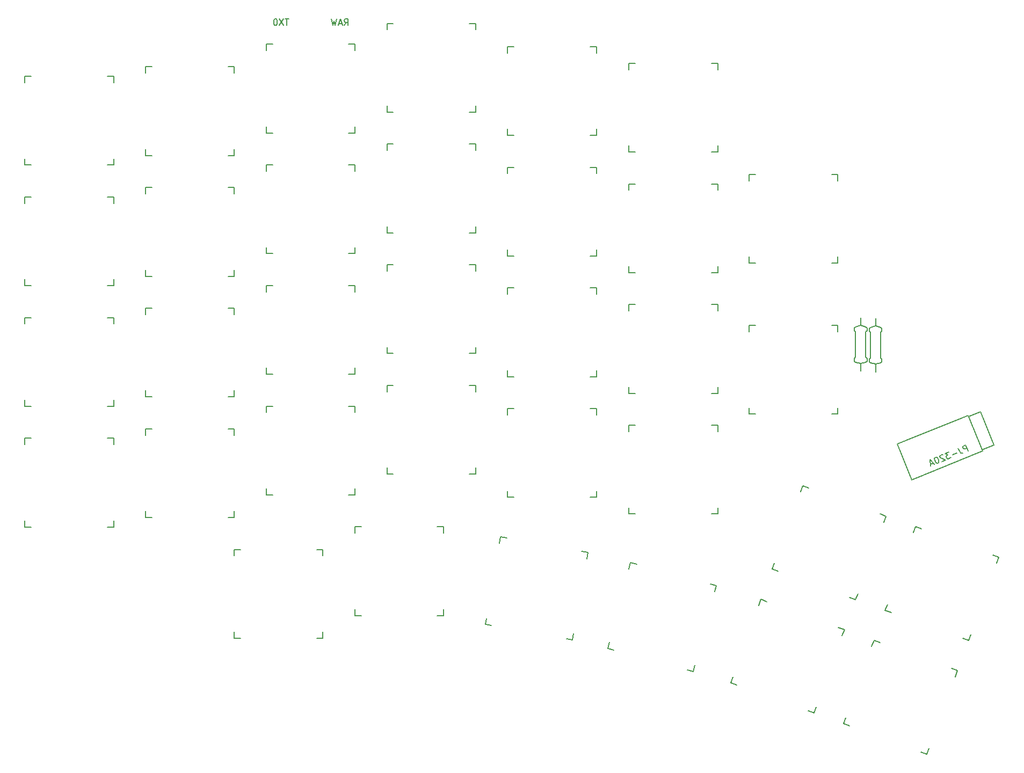
<source format=gbo>
G04 #@! TF.GenerationSoftware,KiCad,Pcbnew,(5.0.0)*
G04 #@! TF.CreationDate,2018-10-18T18:59:20-04:00*
G04 #@! TF.ProjectId,orthomac2,6F7274686F6D6163322E6B696361645F,rev?*
G04 #@! TF.SameCoordinates,Original*
G04 #@! TF.FileFunction,Legend,Bot*
G04 #@! TF.FilePolarity,Positive*
%FSLAX46Y46*%
G04 Gerber Fmt 4.6, Leading zero omitted, Abs format (unit mm)*
G04 Created by KiCad (PCBNEW (5.0.0)) date 10/18/18 18:59:20*
%MOMM*%
%LPD*%
G01*
G04 APERTURE LIST*
%ADD10C,0.150000*%
G04 APERTURE END LIST*
D10*
G04 #@! TO.C,K20*
X169781000Y-69781200D02*
X170781000Y-69781200D01*
X156781000Y-69781200D02*
X157781000Y-69781200D01*
X156781000Y-70781200D02*
X156781000Y-69781200D01*
X157781000Y-83781200D02*
X156781000Y-83781200D01*
X156781000Y-83781200D02*
X156781000Y-82781200D01*
X170781000Y-83781200D02*
X169781000Y-83781200D01*
X170781000Y-82781200D02*
X170781000Y-83781200D01*
X170781000Y-69781200D02*
X170781000Y-70781200D01*
G04 #@! TO.C,K13*
X169781000Y-45968800D02*
X170781000Y-45968800D01*
X156781000Y-45968800D02*
X157781000Y-45968800D01*
X156781000Y-46968800D02*
X156781000Y-45968800D01*
X157781000Y-59968800D02*
X156781000Y-59968800D01*
X156781000Y-59968800D02*
X156781000Y-58968800D01*
X170781000Y-59968800D02*
X169781000Y-59968800D01*
X170781000Y-58968800D02*
X170781000Y-59968800D01*
X170781000Y-45968800D02*
X170781000Y-46968800D01*
G04 #@! TO.C,K21*
X42593800Y-87593800D02*
X43593800Y-87593800D01*
X55593800Y-87593800D02*
X56593800Y-87593800D01*
X56593800Y-87593800D02*
X56593800Y-88593800D01*
X56593800Y-101593800D02*
X55593800Y-101593800D01*
X56593800Y-100593800D02*
X56593800Y-101593800D01*
X43593800Y-101593800D02*
X42593800Y-101593800D01*
X42593800Y-101593800D02*
X42593800Y-100593800D01*
X42593800Y-88593800D02*
X42593800Y-87593800D01*
G04 #@! TO.C,K14*
X42593800Y-68562500D02*
X43593800Y-68562500D01*
X55593800Y-68562500D02*
X56593800Y-68562500D01*
X56593800Y-68562500D02*
X56593800Y-69562500D01*
X56593800Y-82562500D02*
X55593800Y-82562500D01*
X56593800Y-81562500D02*
X56593800Y-82562500D01*
X43593800Y-82562500D02*
X42593800Y-82562500D01*
X42593800Y-82562500D02*
X42593800Y-81562500D01*
X42593800Y-69562500D02*
X42593800Y-68562500D01*
G04 #@! TO.C,K7*
X42593800Y-49531200D02*
X43593800Y-49531200D01*
X55593800Y-49531200D02*
X56593800Y-49531200D01*
X56593800Y-49531200D02*
X56593800Y-50531200D01*
X56593800Y-63531200D02*
X55593800Y-63531200D01*
X56593800Y-62531200D02*
X56593800Y-63531200D01*
X43593800Y-63531200D02*
X42593800Y-63531200D01*
X42593800Y-63531200D02*
X42593800Y-62531200D01*
X42593800Y-50531200D02*
X42593800Y-49531200D01*
G04 #@! TO.C,K8*
X61625000Y-48031200D02*
X62625000Y-48031200D01*
X74625000Y-48031200D02*
X75625000Y-48031200D01*
X75625000Y-48031200D02*
X75625000Y-49031200D01*
X75625000Y-62031200D02*
X74625000Y-62031200D01*
X75625000Y-61031200D02*
X75625000Y-62031200D01*
X62625000Y-62031200D02*
X61625000Y-62031200D01*
X61625000Y-62031200D02*
X61625000Y-61031200D01*
X61625000Y-49031200D02*
X61625000Y-48031200D01*
G04 #@! TO.C,K15*
X61625000Y-67062500D02*
X62625000Y-67062500D01*
X74625000Y-67062500D02*
X75625000Y-67062500D01*
X75625000Y-67062500D02*
X75625000Y-68062500D01*
X75625000Y-81062500D02*
X74625000Y-81062500D01*
X75625000Y-80062500D02*
X75625000Y-81062500D01*
X62625000Y-81062500D02*
X61625000Y-81062500D01*
X61625000Y-81062500D02*
X61625000Y-80062500D01*
X61625000Y-68062500D02*
X61625000Y-67062500D01*
G04 #@! TO.C,K22*
X61625000Y-86093800D02*
X62625000Y-86093800D01*
X74625000Y-86093800D02*
X75625000Y-86093800D01*
X75625000Y-86093800D02*
X75625000Y-87093800D01*
X75625000Y-100093800D02*
X74625000Y-100093800D01*
X75625000Y-99093800D02*
X75625000Y-100093800D01*
X62625000Y-100093800D02*
X61625000Y-100093800D01*
X61625000Y-100093800D02*
X61625000Y-99093800D01*
X61625000Y-87093800D02*
X61625000Y-86093800D01*
G04 #@! TO.C,K23*
X80656200Y-82531200D02*
X81656200Y-82531200D01*
X93656200Y-82531200D02*
X94656200Y-82531200D01*
X94656200Y-82531200D02*
X94656200Y-83531200D01*
X94656200Y-96531200D02*
X93656200Y-96531200D01*
X94656200Y-95531200D02*
X94656200Y-96531200D01*
X81656200Y-96531200D02*
X80656200Y-96531200D01*
X80656200Y-96531200D02*
X80656200Y-95531200D01*
X80656200Y-83531200D02*
X80656200Y-82531200D01*
G04 #@! TO.C,K16*
X80656200Y-63500000D02*
X81656200Y-63500000D01*
X93656200Y-63500000D02*
X94656200Y-63500000D01*
X94656200Y-63500000D02*
X94656200Y-64500000D01*
X94656200Y-77500000D02*
X93656200Y-77500000D01*
X94656200Y-76500000D02*
X94656200Y-77500000D01*
X81656200Y-77500000D02*
X80656200Y-77500000D01*
X80656200Y-77500000D02*
X80656200Y-76500000D01*
X80656200Y-64500000D02*
X80656200Y-63500000D01*
G04 #@! TO.C,K9*
X80656200Y-44468800D02*
X81656200Y-44468800D01*
X93656200Y-44468800D02*
X94656200Y-44468800D01*
X94656200Y-44468800D02*
X94656200Y-45468800D01*
X94656200Y-58468800D02*
X93656200Y-58468800D01*
X94656200Y-57468800D02*
X94656200Y-58468800D01*
X81656200Y-58468800D02*
X80656200Y-58468800D01*
X80656200Y-58468800D02*
X80656200Y-57468800D01*
X80656200Y-45468800D02*
X80656200Y-44468800D01*
G04 #@! TO.C,K24*
X99688000Y-79250000D02*
X100688000Y-79250000D01*
X112688000Y-79250000D02*
X113688000Y-79250000D01*
X113688000Y-79250000D02*
X113688000Y-80250000D01*
X113688000Y-93250000D02*
X112688000Y-93250000D01*
X113688000Y-92250000D02*
X113688000Y-93250000D01*
X100688000Y-93250000D02*
X99688000Y-93250000D01*
X99688000Y-93250000D02*
X99688000Y-92250000D01*
X99688000Y-80250000D02*
X99688000Y-79250000D01*
G04 #@! TO.C,K17*
X99688000Y-60218800D02*
X100688000Y-60218800D01*
X112688000Y-60218800D02*
X113688000Y-60218800D01*
X113688000Y-60218800D02*
X113688000Y-61218800D01*
X113688000Y-74218800D02*
X112688000Y-74218800D01*
X113688000Y-73218800D02*
X113688000Y-74218800D01*
X100688000Y-74218800D02*
X99688000Y-74218800D01*
X99688000Y-74218800D02*
X99688000Y-73218800D01*
X99688000Y-61218800D02*
X99688000Y-60218800D01*
G04 #@! TO.C,K10*
X99688000Y-41187500D02*
X100688000Y-41187500D01*
X112688000Y-41187500D02*
X113688000Y-41187500D01*
X113688000Y-41187500D02*
X113688000Y-42187500D01*
X113688000Y-55187500D02*
X112688000Y-55187500D01*
X113688000Y-54187500D02*
X113688000Y-55187500D01*
X100688000Y-55187500D02*
X99688000Y-55187500D01*
X99688000Y-55187500D02*
X99688000Y-54187500D01*
X99688000Y-42187500D02*
X99688000Y-41187500D01*
G04 #@! TO.C,K11*
X118719000Y-44843800D02*
X119719000Y-44843800D01*
X131719000Y-44843800D02*
X132719000Y-44843800D01*
X132719000Y-44843800D02*
X132719000Y-45843800D01*
X132719000Y-58843800D02*
X131719000Y-58843800D01*
X132719000Y-57843800D02*
X132719000Y-58843800D01*
X119719000Y-58843800D02*
X118719000Y-58843800D01*
X118719000Y-58843800D02*
X118719000Y-57843800D01*
X118719000Y-45843800D02*
X118719000Y-44843800D01*
G04 #@! TO.C,K18*
X118719000Y-63875000D02*
X119719000Y-63875000D01*
X131719000Y-63875000D02*
X132719000Y-63875000D01*
X132719000Y-63875000D02*
X132719000Y-64875000D01*
X132719000Y-77875000D02*
X131719000Y-77875000D01*
X132719000Y-76875000D02*
X132719000Y-77875000D01*
X119719000Y-77875000D02*
X118719000Y-77875000D01*
X118719000Y-77875000D02*
X118719000Y-76875000D01*
X118719000Y-64875000D02*
X118719000Y-63875000D01*
G04 #@! TO.C,K25*
X118719000Y-82906200D02*
X119719000Y-82906200D01*
X131719000Y-82906200D02*
X132719000Y-82906200D01*
X132719000Y-82906200D02*
X132719000Y-83906200D01*
X132719000Y-96906200D02*
X131719000Y-96906200D01*
X132719000Y-95906200D02*
X132719000Y-96906200D01*
X119719000Y-96906200D02*
X118719000Y-96906200D01*
X118719000Y-96906200D02*
X118719000Y-95906200D01*
X118719000Y-83906200D02*
X118719000Y-82906200D01*
G04 #@! TO.C,K26*
X137844000Y-85531200D02*
X138844000Y-85531200D01*
X150844000Y-85531200D02*
X151844000Y-85531200D01*
X151844000Y-85531200D02*
X151844000Y-86531200D01*
X151844000Y-99531200D02*
X150844000Y-99531200D01*
X151844000Y-98531200D02*
X151844000Y-99531200D01*
X138844000Y-99531200D02*
X137844000Y-99531200D01*
X137844000Y-99531200D02*
X137844000Y-98531200D01*
X137844000Y-86531200D02*
X137844000Y-85531200D01*
G04 #@! TO.C,K19*
X137844000Y-66500000D02*
X138844000Y-66500000D01*
X150844000Y-66500000D02*
X151844000Y-66500000D01*
X151844000Y-66500000D02*
X151844000Y-67500000D01*
X151844000Y-80500000D02*
X150844000Y-80500000D01*
X151844000Y-79500000D02*
X151844000Y-80500000D01*
X138844000Y-80500000D02*
X137844000Y-80500000D01*
X137844000Y-80500000D02*
X137844000Y-79500000D01*
X137844000Y-67500000D02*
X137844000Y-66500000D01*
G04 #@! TO.C,K12*
X137844000Y-47468800D02*
X138844000Y-47468800D01*
X150844000Y-47468800D02*
X151844000Y-47468800D01*
X151844000Y-47468800D02*
X151844000Y-48468800D01*
X151844000Y-61468800D02*
X150844000Y-61468800D01*
X151844000Y-60468800D02*
X151844000Y-61468800D01*
X138844000Y-61468800D02*
X137844000Y-61468800D01*
X137844000Y-61468800D02*
X137844000Y-60468800D01*
X137844000Y-48468800D02*
X137844000Y-47468800D01*
G04 #@! TO.C,K31*
X158660293Y-112997011D02*
X159599985Y-113339031D01*
X170876297Y-117443273D02*
X171815989Y-117785293D01*
X171815989Y-117785293D02*
X171473969Y-118724985D01*
X167027707Y-130940989D02*
X166088015Y-130598969D01*
X167369727Y-130001297D02*
X167027707Y-130940989D01*
X154811703Y-126494727D02*
X153872011Y-126152707D01*
X153872011Y-126152707D02*
X154214031Y-125213015D01*
X158318273Y-113936703D02*
X158660293Y-112997011D01*
G04 #@! TO.C,K34*
X176472293Y-119466011D02*
X177411985Y-119808031D01*
X188688297Y-123912273D02*
X189627989Y-124254293D01*
X189627989Y-124254293D02*
X189285969Y-125193985D01*
X184839707Y-137409989D02*
X183900015Y-137067969D01*
X185181727Y-136470297D02*
X184839707Y-137409989D01*
X172623703Y-132963727D02*
X171684011Y-132621707D01*
X171684011Y-132621707D02*
X172026031Y-131682015D01*
X176130273Y-120405703D02*
X176472293Y-119466011D01*
G04 #@! TO.C,K33*
X183035293Y-101559011D02*
X183974985Y-101901031D01*
X195251297Y-106005273D02*
X196190989Y-106347293D01*
X196190989Y-106347293D02*
X195848969Y-107286985D01*
X191402707Y-119502989D02*
X190463015Y-119160969D01*
X191744727Y-118563297D02*
X191402707Y-119502989D01*
X179186703Y-115056727D02*
X178247011Y-114714707D01*
X178247011Y-114714707D02*
X178589031Y-113775015D01*
X182693273Y-102498703D02*
X183035293Y-101559011D01*
G04 #@! TO.C,K4*
X99688000Y-22156200D02*
X100688000Y-22156200D01*
X112688000Y-22156200D02*
X113688000Y-22156200D01*
X113688000Y-22156200D02*
X113688000Y-23156200D01*
X113688000Y-36156200D02*
X112688000Y-36156200D01*
X113688000Y-35156200D02*
X113688000Y-36156200D01*
X100688000Y-36156200D02*
X99688000Y-36156200D01*
X99688000Y-36156200D02*
X99688000Y-35156200D01*
X99688000Y-23156200D02*
X99688000Y-22156200D01*
G04 #@! TO.C,K1*
X42593800Y-30500000D02*
X43593800Y-30500000D01*
X55593800Y-30500000D02*
X56593800Y-30500000D01*
X56593800Y-30500000D02*
X56593800Y-31500000D01*
X56593800Y-44500000D02*
X55593800Y-44500000D01*
X56593800Y-43500000D02*
X56593800Y-44500000D01*
X43593800Y-44500000D02*
X42593800Y-44500000D01*
X42593800Y-44500000D02*
X42593800Y-43500000D01*
X42593800Y-31500000D02*
X42593800Y-30500000D01*
G04 #@! TO.C,K32*
X165222293Y-95090011D02*
X166161985Y-95432031D01*
X177438297Y-99536273D02*
X178377989Y-99878293D01*
X178377989Y-99878293D02*
X178035969Y-100817985D01*
X173589707Y-113033989D02*
X172650015Y-112691969D01*
X173931727Y-112094297D02*
X173589707Y-113033989D01*
X161373703Y-108587727D02*
X160434011Y-108245707D01*
X160434011Y-108245707D02*
X160776031Y-107306015D01*
X164880273Y-96029703D02*
X165222293Y-95090011D01*
G04 #@! TO.C,K30*
X138112253Y-107207786D02*
X139078178Y-107466605D01*
X150669288Y-110572433D02*
X151635214Y-110831253D01*
X151635214Y-110831253D02*
X151376395Y-111797178D01*
X148011747Y-124354214D02*
X147045822Y-124095395D01*
X148270567Y-123388288D02*
X148011747Y-124354214D01*
X135454712Y-120989567D02*
X134488786Y-120730747D01*
X134488786Y-120730747D02*
X134747605Y-119764822D01*
X137853433Y-108173712D02*
X138112253Y-107207786D01*
G04 #@! TO.C,K6*
X137844000Y-28437500D02*
X138844000Y-28437500D01*
X150844000Y-28437500D02*
X151844000Y-28437500D01*
X151844000Y-28437500D02*
X151844000Y-29437500D01*
X151844000Y-42437500D02*
X150844000Y-42437500D01*
X151844000Y-41437500D02*
X151844000Y-42437500D01*
X138844000Y-42437500D02*
X137844000Y-42437500D01*
X137844000Y-42437500D02*
X137844000Y-41437500D01*
X137844000Y-29437500D02*
X137844000Y-28437500D01*
G04 #@! TO.C,K2*
X61625000Y-29000000D02*
X62625000Y-29000000D01*
X74625000Y-29000000D02*
X75625000Y-29000000D01*
X75625000Y-29000000D02*
X75625000Y-30000000D01*
X75625000Y-43000000D02*
X74625000Y-43000000D01*
X75625000Y-42000000D02*
X75625000Y-43000000D01*
X62625000Y-43000000D02*
X61625000Y-43000000D01*
X61625000Y-43000000D02*
X61625000Y-42000000D01*
X61625000Y-30000000D02*
X61625000Y-29000000D01*
G04 #@! TO.C,K3*
X80656200Y-25437500D02*
X81656200Y-25437500D01*
X93656200Y-25437500D02*
X94656200Y-25437500D01*
X94656200Y-25437500D02*
X94656200Y-26437500D01*
X94656200Y-39437500D02*
X93656200Y-39437500D01*
X94656200Y-38437500D02*
X94656200Y-39437500D01*
X81656200Y-39437500D02*
X80656200Y-39437500D01*
X80656200Y-39437500D02*
X80656200Y-38437500D01*
X80656200Y-26437500D02*
X80656200Y-25437500D01*
G04 #@! TO.C,K5*
X118719000Y-25812500D02*
X119719000Y-25812500D01*
X131719000Y-25812500D02*
X132719000Y-25812500D01*
X132719000Y-25812500D02*
X132719000Y-26812500D01*
X132719000Y-39812500D02*
X131719000Y-39812500D01*
X132719000Y-38812500D02*
X132719000Y-39812500D01*
X119719000Y-39812500D02*
X118719000Y-39812500D01*
X118719000Y-39812500D02*
X118719000Y-38812500D01*
X118719000Y-26812500D02*
X118719000Y-25812500D01*
G04 #@! TO.C,K27*
X75593800Y-105125000D02*
X76593800Y-105125000D01*
X88593800Y-105125000D02*
X89593800Y-105125000D01*
X89593800Y-105125000D02*
X89593800Y-106125000D01*
X89593800Y-119125000D02*
X88593800Y-119125000D01*
X89593800Y-118125000D02*
X89593800Y-119125000D01*
X76593800Y-119125000D02*
X75593800Y-119125000D01*
X75593800Y-119125000D02*
X75593800Y-118125000D01*
X75593800Y-106125000D02*
X75593800Y-105125000D01*
G04 #@! TO.C,K28*
X94625000Y-101562000D02*
X95625000Y-101562000D01*
X107625000Y-101562000D02*
X108625000Y-101562000D01*
X108625000Y-101562000D02*
X108625000Y-102562000D01*
X108625000Y-115562000D02*
X107625000Y-115562000D01*
X108625000Y-114562000D02*
X108625000Y-115562000D01*
X95625000Y-115562000D02*
X94625000Y-115562000D01*
X94625000Y-115562000D02*
X94625000Y-114562000D01*
X94625000Y-102562000D02*
X94625000Y-101562000D01*
G04 #@! TO.C,K29*
X117602883Y-103171808D02*
X118587691Y-103345457D01*
X130405384Y-105429235D02*
X131390192Y-105602883D01*
X131390192Y-105602883D02*
X131216543Y-106587691D01*
X128959117Y-119390192D02*
X127974309Y-119216543D01*
X129132765Y-118405384D02*
X128959117Y-119390192D01*
X116156616Y-117132765D02*
X115171808Y-116959117D01*
X115171808Y-116959117D02*
X115345457Y-115974309D01*
X117429235Y-104156616D02*
X117602883Y-103171808D01*
G04 #@! TO.C,J1*
X193535494Y-89384838D02*
X195389861Y-88635624D01*
X193292064Y-83443395D02*
X195389861Y-88635624D01*
X191437697Y-84192608D02*
X193292064Y-83443395D01*
X180125120Y-88493552D02*
X182410221Y-94149373D01*
X193629145Y-89616634D02*
X182410221Y-94149373D01*
X191344045Y-83960812D02*
X193629145Y-89616634D01*
X191344045Y-83960812D02*
X180125120Y-88493552D01*
G04 #@! TO.C,R1*
X174382000Y-69807600D02*
X174382000Y-68607600D01*
X175182000Y-75607600D02*
X174382000Y-75807600D01*
X175382000Y-75407600D02*
X175182000Y-75607600D01*
X175382000Y-75007600D02*
X175382000Y-75407600D01*
X175182000Y-74807600D02*
X175382000Y-75007600D01*
X175182000Y-70807600D02*
X175182000Y-74807600D01*
X175382000Y-70607600D02*
X175182000Y-70807600D01*
X175382000Y-70207600D02*
X175382000Y-70607600D01*
X175182000Y-70007600D02*
X175382000Y-70207600D01*
X174382000Y-69807600D02*
X175182000Y-70007600D01*
X173582000Y-70007600D02*
X174382000Y-69807600D01*
X173382000Y-70207600D02*
X173582000Y-70007600D01*
X173382000Y-70607600D02*
X173382000Y-70207600D01*
X173582000Y-70807600D02*
X173382000Y-70607600D01*
X173582000Y-74807600D02*
X173582000Y-70807600D01*
X173382000Y-75007600D02*
X173582000Y-74807600D01*
X173382000Y-75407600D02*
X173382000Y-75007600D01*
X173582000Y-75607600D02*
X173382000Y-75407600D01*
X174382000Y-75807600D02*
X173582000Y-75607600D01*
X174382000Y-77007600D02*
X174382000Y-75807600D01*
G04 #@! TO.C,R2*
X176726000Y-75901300D02*
X176726000Y-77101300D01*
X175926000Y-70101300D02*
X176726000Y-69901300D01*
X175726000Y-70301300D02*
X175926000Y-70101300D01*
X175726000Y-70701300D02*
X175726000Y-70301300D01*
X175926000Y-70901300D02*
X175726000Y-70701300D01*
X175926000Y-74901300D02*
X175926000Y-70901300D01*
X175726000Y-75101300D02*
X175926000Y-74901300D01*
X175726000Y-75501300D02*
X175726000Y-75101300D01*
X175926000Y-75701300D02*
X175726000Y-75501300D01*
X176726000Y-75901300D02*
X175926000Y-75701300D01*
X177526000Y-75701300D02*
X176726000Y-75901300D01*
X177726000Y-75501300D02*
X177526000Y-75701300D01*
X177726000Y-75101300D02*
X177726000Y-75501300D01*
X177526000Y-74901300D02*
X177726000Y-75101300D01*
X177526000Y-70901300D02*
X177526000Y-74901300D01*
X177726000Y-70701300D02*
X177526000Y-70901300D01*
X177726000Y-70301300D02*
X177726000Y-70701300D01*
X177526000Y-70101300D02*
X177726000Y-70301300D01*
X176726000Y-69901300D02*
X177526000Y-70101300D01*
X176726000Y-68701300D02*
X176726000Y-69901300D01*
G04 #@! TO.C,M1*
X92952976Y-22458580D02*
X93286309Y-21982390D01*
X93524404Y-22458580D02*
X93524404Y-21458580D01*
X93143452Y-21458580D01*
X93048214Y-21506200D01*
X93000595Y-21553819D01*
X92952976Y-21649057D01*
X92952976Y-21791914D01*
X93000595Y-21887152D01*
X93048214Y-21934771D01*
X93143452Y-21982390D01*
X93524404Y-21982390D01*
X92572023Y-22172866D02*
X92095833Y-22172866D01*
X92667261Y-22458580D02*
X92333928Y-21458580D01*
X92000595Y-22458580D01*
X91762500Y-21458580D02*
X91524404Y-22458580D01*
X91333928Y-21744295D01*
X91143452Y-22458580D01*
X90905357Y-21458580D01*
X84200595Y-21458580D02*
X83629166Y-21458580D01*
X83914880Y-22458580D02*
X83914880Y-21458580D01*
X83391071Y-21458580D02*
X82724404Y-22458580D01*
X82724404Y-21458580D02*
X83391071Y-22458580D01*
X82152976Y-21458580D02*
X82057738Y-21458580D01*
X81962500Y-21506200D01*
X81914880Y-21553819D01*
X81867261Y-21649057D01*
X81819642Y-21839533D01*
X81819642Y-22077628D01*
X81867261Y-22268104D01*
X81914880Y-22363342D01*
X81962500Y-22410961D01*
X82057738Y-22458580D01*
X82152976Y-22458580D01*
X82248214Y-22410961D01*
X82295833Y-22363342D01*
X82343452Y-22268104D01*
X82391071Y-22077628D01*
X82391071Y-21839533D01*
X82343452Y-21649057D01*
X82295833Y-21553819D01*
X82248214Y-21506200D01*
X82152976Y-21458580D01*
G04 #@! TO.C,J1*
X191317107Y-89582644D02*
X190942500Y-88655460D01*
X190589287Y-88798167D01*
X190518823Y-88877996D01*
X190492509Y-88939986D01*
X190484035Y-89046128D01*
X190537550Y-89178582D01*
X190617378Y-89249047D01*
X190679368Y-89275360D01*
X190785510Y-89283835D01*
X191138723Y-89141128D01*
X189750407Y-89137097D02*
X190017983Y-89799371D01*
X190115650Y-89913988D01*
X190239630Y-89966614D01*
X190389923Y-89957251D01*
X190478226Y-89921574D01*
X189540790Y-89889452D02*
X188834364Y-90174867D01*
X188249252Y-89743603D02*
X187675281Y-89975502D01*
X188127050Y-90203846D01*
X187994595Y-90257362D01*
X187924130Y-90337190D01*
X187897817Y-90399180D01*
X187889342Y-90505322D01*
X187978534Y-90726080D01*
X188058362Y-90796545D01*
X188120352Y-90822858D01*
X188226494Y-90831333D01*
X188491404Y-90724302D01*
X188561869Y-90644474D01*
X188588182Y-90582484D01*
X187357745Y-90206513D02*
X187295755Y-90180200D01*
X187189613Y-90171725D01*
X186968855Y-90260917D01*
X186898390Y-90340745D01*
X186872077Y-90402735D01*
X186863602Y-90508877D01*
X186899279Y-90597180D01*
X186996946Y-90711797D01*
X187740826Y-91027555D01*
X187166855Y-91259454D01*
X186218278Y-90564170D02*
X186129975Y-90599847D01*
X186059510Y-90679675D01*
X186033197Y-90741665D01*
X186024722Y-90847807D01*
X186051924Y-91042252D01*
X186141116Y-91263010D01*
X186256621Y-91421778D01*
X186336450Y-91492243D01*
X186398440Y-91518556D01*
X186504581Y-91527031D01*
X186592884Y-91491354D01*
X186663349Y-91411525D01*
X186689663Y-91349535D01*
X186698137Y-91243394D01*
X186670935Y-91048949D01*
X186581743Y-90828191D01*
X186466238Y-90669423D01*
X186386410Y-90598958D01*
X186324420Y-90572645D01*
X186218278Y-90564170D01*
X185823580Y-91494020D02*
X185382064Y-91672404D01*
X186018914Y-91723253D02*
X185335246Y-90920938D01*
X185400791Y-91972991D01*
G04 #@! TD*
M02*

</source>
